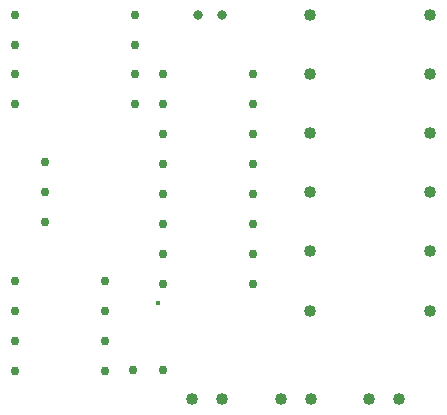
<source format=gbr>
G04 PROTEUS GERBER X2 FILE*
%TF.GenerationSoftware,Labcenter,Proteus,8.6-SP2-Build23525*%
%TF.CreationDate,2021-09-04T14:22:35+00:00*%
%TF.FileFunction,Plated,1,2,PTH*%
%TF.FilePolarity,Positive*%
%TF.Part,Single*%
%FSLAX45Y45*%
%MOMM*%
G01*
%TA.AperFunction,ViaDrill*%
%ADD36C,0.381000*%
%TA.AperFunction,ComponentDrill*%
%ADD37C,0.812800*%
%ADD38C,0.762000*%
%ADD39C,1.016000*%
%TD.AperFunction*%
D36*
X-2540000Y+63500D03*
D37*
X-2200000Y+2500000D03*
X-2000000Y+2500000D03*
D38*
X-3750000Y+2500000D03*
X-2734000Y+2500000D03*
X-3750000Y+2250000D03*
X-2734000Y+2250000D03*
X-3750000Y+2000000D03*
X-2734000Y+2000000D03*
X-3750000Y+1750000D03*
X-2734000Y+1750000D03*
X-3500000Y+750000D03*
X-3500000Y+1004000D03*
X-3500000Y+1258000D03*
X-2500000Y+2000000D03*
X-2500000Y+1746000D03*
X-2500000Y+1492000D03*
X-2500000Y+1238000D03*
X-2500000Y+984000D03*
X-2500000Y+730000D03*
X-2500000Y+476000D03*
X-2500000Y+222000D03*
X-1738000Y+222000D03*
X-1738000Y+476000D03*
X-1738000Y+730000D03*
X-1738000Y+984000D03*
X-1738000Y+1238000D03*
X-1738000Y+1492000D03*
X-1738000Y+1746000D03*
X-1738000Y+2000000D03*
X-3750000Y+250000D03*
X-3750000Y-4000D03*
X-3750000Y-258000D03*
X-3750000Y-512000D03*
X-2988000Y-512000D03*
X-2988000Y-258000D03*
X-2988000Y-4000D03*
X-2988000Y+250000D03*
D39*
X-234000Y+2500000D03*
X-1250000Y+2500000D03*
X-234000Y+2000000D03*
X-1250000Y+2000000D03*
X-234000Y+1500000D03*
X-1250000Y+1500000D03*
X-234000Y+1000000D03*
X-1250000Y+1000000D03*
X-234000Y+500000D03*
X-1250000Y+500000D03*
X-234000Y+0D03*
X-1250000Y+0D03*
D38*
X-2750000Y-500000D03*
X-2496000Y-500000D03*
D39*
X-2250000Y-750000D03*
X-1996000Y-750000D03*
X-1500000Y-750000D03*
X-1246000Y-750000D03*
X-750000Y-750000D03*
X-496000Y-750000D03*
M02*

</source>
